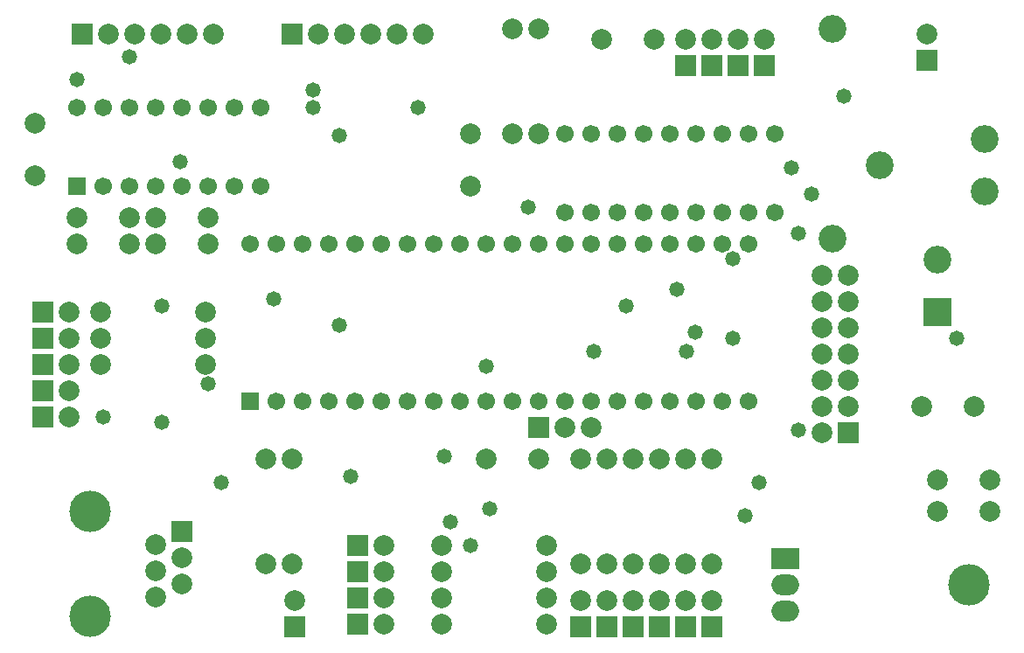
<source format=gts>
%FSLAX23Y23*%
%MOIN*%
G70*
G01*
G75*
%ADD10C,0.020*%
%ADD11C,0.050*%
%ADD12C,0.025*%
%ADD13C,0.010*%
%ADD14R,0.071X0.071*%
%ADD15C,0.071*%
%ADD16C,0.059*%
%ADD17R,0.059X0.059*%
%ADD18C,0.098*%
%ADD19R,0.098X0.071*%
%ADD20O,0.098X0.071*%
%ADD21C,0.150*%
%ADD22R,0.098X0.098*%
%ADD23C,0.050*%
%ADD24C,0.012*%
%ADD25C,0.030*%
%ADD26C,0.015*%
%ADD27R,0.079X0.079*%
%ADD28C,0.079*%
%ADD29C,0.067*%
%ADD30R,0.067X0.067*%
%ADD31C,0.106*%
%ADD32R,0.106X0.079*%
%ADD33O,0.106X0.079*%
%ADD34C,0.158*%
%ADD35R,0.106X0.106*%
%ADD36C,0.058*%
D27*
X10753Y8903D02*
D03*
X8003Y7863D02*
D03*
Y7963D02*
D03*
Y7663D02*
D03*
X11073Y7503D02*
D03*
X10553Y6763D02*
D03*
X10453D02*
D03*
X10353D02*
D03*
X8003Y7563D02*
D03*
X9203Y6873D02*
D03*
Y6773D02*
D03*
X8153Y9023D02*
D03*
X8003Y7763D02*
D03*
X9203Y7073D02*
D03*
Y6973D02*
D03*
X8963Y6763D02*
D03*
X9893Y7523D02*
D03*
X10653Y8903D02*
D03*
X10553D02*
D03*
X10453D02*
D03*
X8533Y7128D02*
D03*
X11373Y8923D02*
D03*
X8953Y9023D02*
D03*
X10253Y6763D02*
D03*
X10153D02*
D03*
X10053D02*
D03*
D28*
X10753Y9003D02*
D03*
X8103Y7863D02*
D03*
Y7963D02*
D03*
Y7663D02*
D03*
X11073Y7603D02*
D03*
X10973Y7503D02*
D03*
Y7603D02*
D03*
X11073Y7703D02*
D03*
X10973D02*
D03*
Y8103D02*
D03*
X11073D02*
D03*
X10973Y8003D02*
D03*
X11073D02*
D03*
Y7803D02*
D03*
X10973Y7903D02*
D03*
Y7803D02*
D03*
X11073Y7903D02*
D03*
X8623Y7963D02*
D03*
X8223D02*
D03*
X10453Y6863D02*
D03*
X10353D02*
D03*
X9893Y9043D02*
D03*
Y8643D02*
D03*
X7973Y8683D02*
D03*
Y8483D02*
D03*
X11353Y7603D02*
D03*
X11553D02*
D03*
X9053Y9023D02*
D03*
X10353Y7003D02*
D03*
X9153Y9023D02*
D03*
X10253Y7003D02*
D03*
Y6863D02*
D03*
X8453Y9023D02*
D03*
X10453Y7003D02*
D03*
X9303Y7073D02*
D03*
X9523D02*
D03*
X9303Y6973D02*
D03*
X9523D02*
D03*
X9303Y6873D02*
D03*
X9523D02*
D03*
X9303Y6773D02*
D03*
X9523D02*
D03*
X11613Y7203D02*
D03*
X10133Y9003D02*
D03*
X9633Y8643D02*
D03*
X9893Y7403D02*
D03*
X8633Y8223D02*
D03*
X11613Y7323D02*
D03*
X8533Y7028D02*
D03*
X11373Y9023D02*
D03*
X9453D02*
D03*
X8103Y7563D02*
D03*
X9793Y8643D02*
D03*
X10553Y7403D02*
D03*
X10453D02*
D03*
X10353D02*
D03*
X10253D02*
D03*
X10153D02*
D03*
X10053D02*
D03*
X9993Y7523D02*
D03*
X8623Y7763D02*
D03*
Y7863D02*
D03*
X8103Y7763D02*
D03*
X8223D02*
D03*
Y7863D02*
D03*
X8953Y7003D02*
D03*
X8963Y6863D02*
D03*
X10333Y9003D02*
D03*
X10453D02*
D03*
X10553D02*
D03*
X10653D02*
D03*
X8133Y8323D02*
D03*
X8333Y8223D02*
D03*
Y8323D02*
D03*
X8433D02*
D03*
X8633D02*
D03*
X8433Y8223D02*
D03*
X10093Y7523D02*
D03*
X8433Y6878D02*
D03*
X8533Y6928D02*
D03*
X8433Y6978D02*
D03*
X8953Y7403D02*
D03*
X8853D02*
D03*
X8353Y9023D02*
D03*
X8653D02*
D03*
X9353D02*
D03*
X10053Y7003D02*
D03*
Y6863D02*
D03*
X9253Y9023D02*
D03*
X10153Y7003D02*
D03*
Y6863D02*
D03*
X8553Y9023D02*
D03*
X11413Y7203D02*
D03*
X9633Y8443D02*
D03*
X9693Y7403D02*
D03*
X8133Y8223D02*
D03*
X8433Y7078D02*
D03*
X8253Y9023D02*
D03*
X9923Y7073D02*
D03*
Y6973D02*
D03*
Y6873D02*
D03*
Y6773D02*
D03*
X8853Y7003D02*
D03*
X11413Y7323D02*
D03*
X9793Y9043D02*
D03*
X10553Y7003D02*
D03*
Y6863D02*
D03*
D29*
X9993Y8643D02*
D03*
X10093D02*
D03*
X10193D02*
D03*
X10293D02*
D03*
X10393D02*
D03*
X10493D02*
D03*
X10593D02*
D03*
X10693D02*
D03*
X10793Y8343D02*
D03*
Y8643D02*
D03*
X10693Y8343D02*
D03*
X10593D02*
D03*
X10493D02*
D03*
X10393D02*
D03*
X10293D02*
D03*
X10193D02*
D03*
X10093D02*
D03*
X9993D02*
D03*
X8133Y8743D02*
D03*
X8333D02*
D03*
X8633D02*
D03*
X8433D02*
D03*
X8533D02*
D03*
X8733Y8443D02*
D03*
Y8743D02*
D03*
X8633Y8443D02*
D03*
X8533D02*
D03*
X8433D02*
D03*
X8333D02*
D03*
X8233D02*
D03*
Y8743D02*
D03*
X8833Y8443D02*
D03*
Y8743D02*
D03*
X9293Y7623D02*
D03*
X10293D02*
D03*
X9493Y8223D02*
D03*
X10693Y7623D02*
D03*
X10093Y8223D02*
D03*
X9993D02*
D03*
X9893D02*
D03*
X9793D02*
D03*
X10193Y7623D02*
D03*
X9693D02*
D03*
X8893D02*
D03*
X10393D02*
D03*
X8993D02*
D03*
X10493D02*
D03*
X9093D02*
D03*
X10493Y8223D02*
D03*
X9193Y7623D02*
D03*
X10393Y8223D02*
D03*
X9893Y7623D02*
D03*
X9693Y8223D02*
D03*
X9393D02*
D03*
X10593D02*
D03*
X9293D02*
D03*
X9993Y7623D02*
D03*
X10093D02*
D03*
X9593D02*
D03*
X9193Y8223D02*
D03*
X8893D02*
D03*
X8793D02*
D03*
X9493Y7623D02*
D03*
X10593D02*
D03*
X10193Y8223D02*
D03*
X8993D02*
D03*
X9093D02*
D03*
X10293D02*
D03*
X9793Y7623D02*
D03*
X9593Y8223D02*
D03*
X9393Y7623D02*
D03*
X10693Y8223D02*
D03*
D30*
X8133Y8443D02*
D03*
X8793Y7623D02*
D03*
D31*
X11193Y8523D02*
D03*
X11593Y8423D02*
D03*
Y8623D02*
D03*
X11413Y8163D02*
D03*
X11013Y9043D02*
D03*
Y8243D02*
D03*
D32*
X10833Y7023D02*
D03*
D33*
Y6823D02*
D03*
Y6923D02*
D03*
D34*
X11533D02*
D03*
X8183Y6803D02*
D03*
Y7203D02*
D03*
D35*
X11413Y7963D02*
D03*
D36*
X9433Y8743D02*
D03*
X9033Y8812D02*
D03*
X10421Y8051D02*
D03*
X11058Y8788D02*
D03*
X9533Y7414D02*
D03*
X11488Y7863D02*
D03*
X9633Y7073D02*
D03*
X8333Y8939D02*
D03*
X8684Y7313D02*
D03*
X9133Y8638D02*
D03*
X10682Y7188D02*
D03*
X8528Y8538D02*
D03*
X8633Y7690D02*
D03*
X9133Y7913D02*
D03*
X10458Y7813D02*
D03*
X10633Y7863D02*
D03*
Y8168D02*
D03*
X10934Y8413D02*
D03*
X10858Y8513D02*
D03*
X10883Y8263D02*
D03*
Y7513D02*
D03*
X10228Y7988D02*
D03*
X10733Y7315D02*
D03*
X10103Y7813D02*
D03*
X9558Y7163D02*
D03*
X8458Y7988D02*
D03*
X9853Y8363D02*
D03*
X8458Y7544D02*
D03*
X9708Y7213D02*
D03*
X9178Y7338D02*
D03*
X9693Y7759D02*
D03*
X10492Y7888D02*
D03*
X8883Y8013D02*
D03*
X9033Y8743D02*
D03*
X8233Y7563D02*
D03*
X8133Y8850D02*
D03*
M02*

</source>
